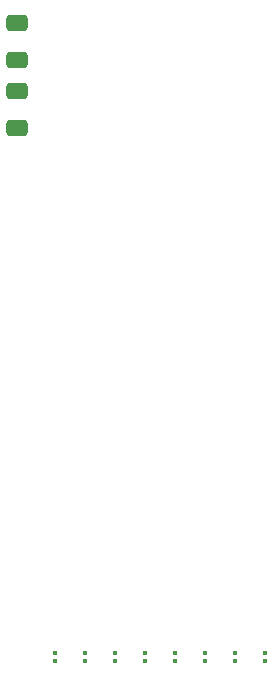
<source format=gtp>
G04 #@! TF.GenerationSoftware,KiCad,Pcbnew,8.0.8-unknown-202502120121~a17639b16e~ubuntu24.04.1*
G04 #@! TF.CreationDate,2025-02-14T12:45:32-05:00*
G04 #@! TF.ProjectId,diode-matrix-rom-dip,64696f64-652d-46d6-9174-7269782d726f,v00*
G04 #@! TF.SameCoordinates,Original*
G04 #@! TF.FileFunction,Paste,Top*
G04 #@! TF.FilePolarity,Positive*
%FSLAX46Y46*%
G04 Gerber Fmt 4.6, Leading zero omitted, Abs format (unit mm)*
G04 Created by KiCad (PCBNEW 8.0.8-unknown-202502120121~a17639b16e~ubuntu24.04.1) date 2025-02-14 12:45:32*
%MOMM*%
%LPD*%
G01*
G04 APERTURE LIST*
G04 Aperture macros list*
%AMRoundRect*
0 Rectangle with rounded corners*
0 $1 Rounding radius*
0 $2 $3 $4 $5 $6 $7 $8 $9 X,Y pos of 4 corners*
0 Add a 4 corners polygon primitive as box body*
4,1,4,$2,$3,$4,$5,$6,$7,$8,$9,$2,$3,0*
0 Add four circle primitives for the rounded corners*
1,1,$1+$1,$2,$3*
1,1,$1+$1,$4,$5*
1,1,$1+$1,$6,$7*
1,1,$1+$1,$8,$9*
0 Add four rect primitives between the rounded corners*
20,1,$1+$1,$2,$3,$4,$5,0*
20,1,$1+$1,$4,$5,$6,$7,0*
20,1,$1+$1,$6,$7,$8,$9,0*
20,1,$1+$1,$8,$9,$2,$3,0*%
G04 Aperture macros list end*
%ADD10RoundRect,0.079500X-0.100500X0.079500X-0.100500X-0.079500X0.100500X-0.079500X0.100500X0.079500X0*%
%ADD11RoundRect,0.250000X-0.650000X0.412500X-0.650000X-0.412500X0.650000X-0.412500X0.650000X0.412500X0*%
%ADD12RoundRect,0.250000X0.650000X-0.412500X0.650000X0.412500X-0.650000X0.412500X-0.650000X-0.412500X0*%
G04 APERTURE END LIST*
D10*
X121920000Y-131735000D03*
X121920000Y-132425000D03*
X137160000Y-131735000D03*
X137160000Y-132425000D03*
X119380000Y-131735000D03*
X119380000Y-132425000D03*
D11*
X116205000Y-84162500D03*
X116205000Y-87287500D03*
D12*
X116205000Y-81572500D03*
X116205000Y-78447500D03*
D10*
X132080000Y-131735000D03*
X132080000Y-132425000D03*
X134620000Y-131735000D03*
X134620000Y-132425000D03*
X127000000Y-131735000D03*
X127000000Y-132425000D03*
X129540000Y-131735000D03*
X129540000Y-132425000D03*
X124460000Y-131735000D03*
X124460000Y-132425000D03*
M02*

</source>
